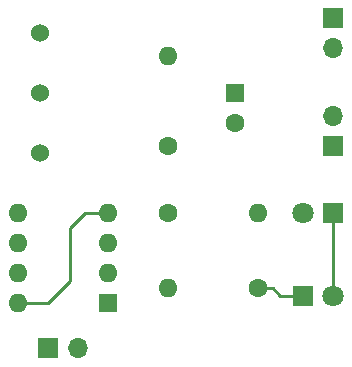
<source format=gbr>
G04 #@! TF.GenerationSoftware,KiCad,Pcbnew,(5.1.2)-2*
G04 #@! TF.CreationDate,2019-11-18T22:52:37-06:00*
G04 #@! TF.ProjectId,Temporizador_V0,54656d70-6f72-4697-9a61-646f725f5630,rev?*
G04 #@! TF.SameCoordinates,Original*
G04 #@! TF.FileFunction,Copper,L1,Top*
G04 #@! TF.FilePolarity,Positive*
%FSLAX46Y46*%
G04 Gerber Fmt 4.6, Leading zero omitted, Abs format (unit mm)*
G04 Created by KiCad (PCBNEW (5.1.2)-2) date 2019-11-18 22:52:37*
%MOMM*%
%LPD*%
G04 APERTURE LIST*
%ADD10C,1.524000*%
%ADD11O,1.600000X1.600000*%
%ADD12R,1.600000X1.600000*%
%ADD13C,1.600000*%
%ADD14O,1.700000X1.700000*%
%ADD15R,1.700000X1.700000*%
%ADD16C,1.800000*%
%ADD17R,1.800000X1.800000*%
%ADD18C,0.250000*%
G04 APERTURE END LIST*
D10*
X153035000Y-100965000D03*
X153035000Y-106045000D03*
X153035000Y-111125000D03*
D11*
X151130000Y-123825000D03*
X158750000Y-116205000D03*
X151130000Y-121285000D03*
X158750000Y-118745000D03*
X151130000Y-118745000D03*
X158750000Y-121285000D03*
X151130000Y-116205000D03*
D12*
X158750000Y-123825000D03*
D11*
X163830000Y-122555000D03*
D13*
X171450000Y-122555000D03*
D11*
X171450000Y-116205000D03*
D13*
X163830000Y-116205000D03*
D11*
X163830000Y-102870000D03*
D13*
X163830000Y-110490000D03*
D14*
X177800000Y-102235000D03*
D15*
X177800000Y-99695000D03*
D14*
X177800000Y-107950000D03*
D15*
X177800000Y-110490000D03*
D14*
X156210000Y-127635000D03*
D15*
X153670000Y-127635000D03*
D16*
X177800000Y-123190000D03*
D17*
X175260000Y-123190000D03*
D16*
X175260000Y-116205000D03*
D17*
X177800000Y-116205000D03*
D13*
X169545000Y-108545000D03*
D12*
X169545000Y-106045000D03*
D18*
X177800000Y-116205000D02*
X177800000Y-123190000D01*
X171450000Y-122555000D02*
X172720000Y-122555000D01*
X172720000Y-122555000D02*
X173355000Y-123190000D01*
X173355000Y-123190000D02*
X175260000Y-123190000D01*
X156845000Y-116205000D02*
X158750000Y-116205000D01*
X155575000Y-117475000D02*
X156845000Y-116205000D01*
X155575000Y-121920000D02*
X155575000Y-117475000D01*
X151130000Y-123825000D02*
X153670000Y-123825000D01*
X153670000Y-123825000D02*
X155575000Y-121920000D01*
M02*

</source>
